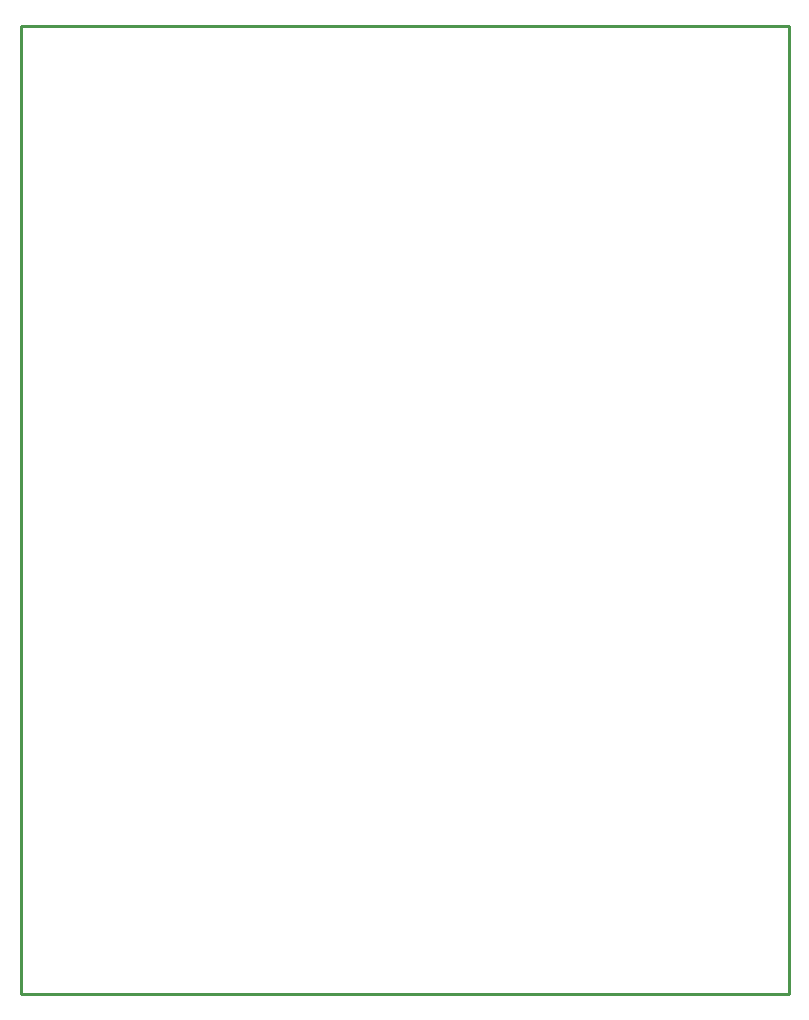
<source format=gko>
G04*
G04 #@! TF.GenerationSoftware,Altium Limited,Altium Designer,18.0.7 (293)*
G04*
G04 Layer_Color=16711935*
%FSTAX24Y24*%
%MOIN*%
G70*
G01*
G75*
%ADD13C,0.0100*%
D13*
X035591Y01D02*
Y042283D01*
X01D02*
X035591D01*
X01Y01D02*
Y042283D01*
Y01D02*
X035591D01*
M02*

</source>
